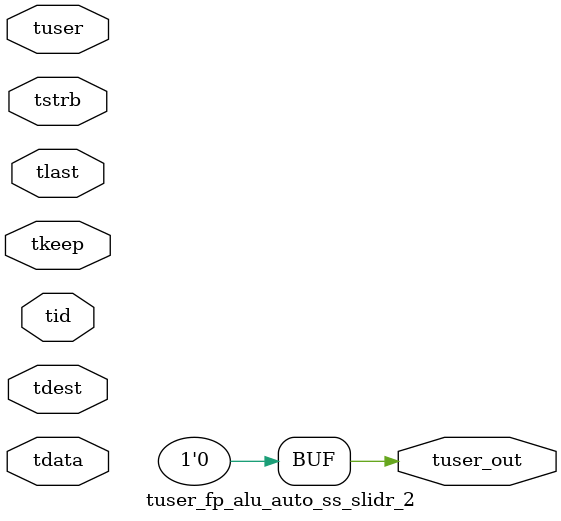
<source format=v>


`timescale 1ps/1ps

module tuser_fp_alu_auto_ss_slidr_2 #
(
parameter C_S_AXIS_TUSER_WIDTH = 1,
parameter C_S_AXIS_TDATA_WIDTH = 32,
parameter C_S_AXIS_TID_WIDTH   = 0,
parameter C_S_AXIS_TDEST_WIDTH = 0,
parameter C_M_AXIS_TUSER_WIDTH = 1
)
(
input  [(C_S_AXIS_TUSER_WIDTH == 0 ? 1 : C_S_AXIS_TUSER_WIDTH)-1:0     ] tuser,
input  [(C_S_AXIS_TDATA_WIDTH == 0 ? 1 : C_S_AXIS_TDATA_WIDTH)-1:0     ] tdata,
input  [(C_S_AXIS_TID_WIDTH   == 0 ? 1 : C_S_AXIS_TID_WIDTH)-1:0       ] tid,
input  [(C_S_AXIS_TDEST_WIDTH == 0 ? 1 : C_S_AXIS_TDEST_WIDTH)-1:0     ] tdest,
input  [(C_S_AXIS_TDATA_WIDTH/8)-1:0 ] tkeep,
input  [(C_S_AXIS_TDATA_WIDTH/8)-1:0 ] tstrb,
input                                                                    tlast,
output [C_M_AXIS_TUSER_WIDTH-1:0] tuser_out
);

assign tuser_out = {1'b0};

endmodule


</source>
